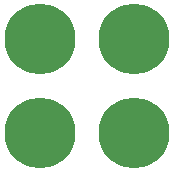
<source format=gbl>
G04 #@! TF.FileFunction,Copper,L2,Bot,Signal*
%FSLAX46Y46*%
G04 Gerber Fmt 4.6, Leading zero omitted, Abs format (unit mm)*
G04 Created by KiCad (PCBNEW 4.0.1-3.201512221402+6198~38~ubuntu14.04.1-stable) date Tue 01 Mar 2016 11:57:29 AM PST*
%MOMM*%
G01*
G04 APERTURE LIST*
%ADD10C,0.100000*%
%ADD11C,6.000000*%
G04 APERTURE END LIST*
D10*
D11*
X135500000Y-85500000D03*
X127500000Y-85500000D03*
X135500000Y-93500000D03*
X127500000Y-93500000D03*
M02*

</source>
